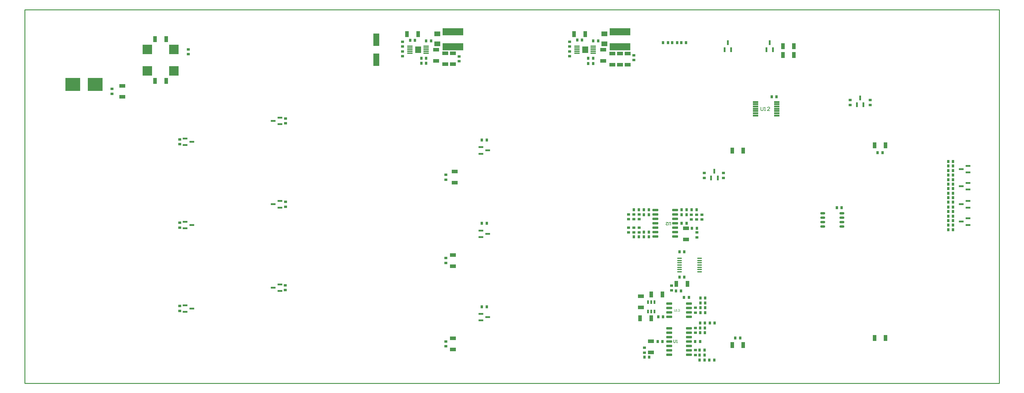
<source format=gtp>
G04 Layer_Color=10723209*
%FSLAX43Y43*%
%MOMM*%
G71*
G01*
G75*
%ADD10R,2.700X2.700*%
%ADD11O,1.400X0.350*%
%ADD12R,6.000X2.000*%
%ADD13R,0.600X1.000*%
%ADD14R,1.350X0.600*%
%ADD15O,1.450X0.650*%
%ADD16R,1.800X1.340*%
%ADD17R,0.800X0.900*%
G04:AMPARAMS|DCode=18|XSize=0.45mm|YSize=1.6mm|CornerRadius=0.05mm|HoleSize=0mm|Usage=FLASHONLY|Rotation=90.000|XOffset=0mm|YOffset=0mm|HoleType=Round|Shape=RoundedRectangle|*
%AMROUNDEDRECTD18*
21,1,0.450,1.501,0,0,90.0*
21,1,0.351,1.600,0,0,90.0*
1,1,0.099,0.750,0.175*
1,1,0.099,0.750,-0.175*
1,1,0.099,-0.750,-0.175*
1,1,0.099,-0.750,0.175*
%
%ADD18ROUNDEDRECTD18*%
%ADD19R,4.240X3.810*%
%ADD20R,1.800X3.550*%
G04:AMPARAMS|DCode=22|XSize=0.65mm|YSize=1.65mm|CornerRadius=0.049mm|HoleSize=0mm|Usage=FLASHONLY|Rotation=270.000|XOffset=0mm|YOffset=0mm|HoleType=Round|Shape=RoundedRectangle|*
%AMROUNDEDRECTD22*
21,1,0.650,1.552,0,0,270.0*
21,1,0.552,1.650,0,0,270.0*
1,1,0.098,-0.776,-0.276*
1,1,0.098,-0.776,0.276*
1,1,0.098,0.776,0.276*
1,1,0.098,0.776,-0.276*
%
%ADD22ROUNDEDRECTD22*%
%ADD23R,1.000X1.700*%
G04:AMPARAMS|DCode=24|XSize=0.3mm|YSize=1.55mm|CornerRadius=0.05mm|HoleSize=0mm|Usage=FLASHONLY|Rotation=90.000|XOffset=0mm|YOffset=0mm|HoleType=Round|Shape=RoundedRectangle|*
%AMROUNDEDRECTD24*
21,1,0.300,1.451,0,0,90.0*
21,1,0.201,1.550,0,0,90.0*
1,1,0.099,0.726,0.101*
1,1,0.099,0.726,-0.101*
1,1,0.099,-0.726,-0.101*
1,1,0.099,-0.726,0.101*
%
%ADD24ROUNDEDRECTD24*%
G04:AMPARAMS|DCode=25|XSize=1.73mm|YSize=1.9mm|CornerRadius=0.052mm|HoleSize=0mm|Usage=FLASHONLY|Rotation=0.000|XOffset=0mm|YOffset=0mm|HoleType=Round|Shape=RoundedRectangle|*
%AMROUNDEDRECTD25*
21,1,1.730,1.796,0,0,0.0*
21,1,1.626,1.900,0,0,0.0*
1,1,0.104,0.813,-0.898*
1,1,0.104,-0.813,-0.898*
1,1,0.104,-0.813,0.898*
1,1,0.104,0.813,0.898*
%
%ADD25ROUNDEDRECTD25*%
%ADD26R,0.900X0.800*%
%ADD27R,1.700X1.000*%
%ADD28R,0.600X1.350*%
%ADD30C,0.150*%
%ADD37C,0.254*%
%ADD38C,0.178*%
%ADD39C,0.100*%
D10*
X35190Y89890D02*
D03*
X42810D02*
D03*
Y96110D02*
D03*
X35190D02*
D03*
D11*
X188125Y35950D02*
D03*
Y35300D02*
D03*
Y34650D02*
D03*
Y34000D02*
D03*
Y33350D02*
D03*
Y32700D02*
D03*
Y32050D02*
D03*
X193875Y35950D02*
D03*
Y35300D02*
D03*
Y34650D02*
D03*
Y34000D02*
D03*
Y33350D02*
D03*
Y32700D02*
D03*
Y32050D02*
D03*
D12*
X123000Y96850D02*
D03*
Y101150D02*
D03*
X171000Y96850D02*
D03*
Y101150D02*
D03*
D13*
X179050Y20625D02*
D03*
X180000D02*
D03*
X180950D02*
D03*
Y23375D02*
D03*
X180000D02*
D03*
X179050D02*
D03*
D14*
X131025Y67950D02*
D03*
Y66050D02*
D03*
X132975Y67000D02*
D03*
X270975Y45550D02*
D03*
Y47450D02*
D03*
X269025Y46500D02*
D03*
X270975Y50550D02*
D03*
Y52450D02*
D03*
X269025Y51500D02*
D03*
X270975Y55750D02*
D03*
Y57650D02*
D03*
X269025Y56700D02*
D03*
X270975Y60650D02*
D03*
Y62550D02*
D03*
X269025Y61600D02*
D03*
X73275Y26550D02*
D03*
Y28450D02*
D03*
X71325Y27500D02*
D03*
X46025Y22450D02*
D03*
Y20550D02*
D03*
X47975Y21500D02*
D03*
X73275Y50550D02*
D03*
Y52450D02*
D03*
X71325Y51500D02*
D03*
X46025Y46450D02*
D03*
Y44550D02*
D03*
X47975Y45500D02*
D03*
X73275Y74550D02*
D03*
Y76450D02*
D03*
X71325Y75500D02*
D03*
X46025Y70450D02*
D03*
Y68550D02*
D03*
X47975Y69500D02*
D03*
X131025Y19950D02*
D03*
Y18050D02*
D03*
X132975Y19000D02*
D03*
X131025Y43950D02*
D03*
Y42050D02*
D03*
X132975Y43000D02*
D03*
D15*
X234725Y45095D02*
D03*
Y46365D02*
D03*
Y47635D02*
D03*
Y48905D02*
D03*
X229275Y45095D02*
D03*
Y46365D02*
D03*
Y47635D02*
D03*
Y48905D02*
D03*
D16*
X118500Y100530D02*
D03*
Y97670D02*
D03*
X166500Y100530D02*
D03*
Y97670D02*
D03*
D17*
X266700Y44200D02*
D03*
X265300D02*
D03*
X193100Y44600D02*
D03*
X191700D02*
D03*
X190800Y24700D02*
D03*
X189400D02*
D03*
X196800Y17300D02*
D03*
X198200D02*
D03*
X194100Y23100D02*
D03*
X195500D02*
D03*
X198100Y6700D02*
D03*
X196700D02*
D03*
X183200Y12000D02*
D03*
X181800D02*
D03*
X175000Y42100D02*
D03*
X176400D02*
D03*
X188100Y37800D02*
D03*
X189500D02*
D03*
X175000Y49900D02*
D03*
X176400D02*
D03*
X193000D02*
D03*
X191600D02*
D03*
X187100Y26600D02*
D03*
X188500D02*
D03*
X188100Y30500D02*
D03*
X189500D02*
D03*
X188700Y46000D02*
D03*
X190100D02*
D03*
X205530Y12970D02*
D03*
X204130D02*
D03*
X245030Y66370D02*
D03*
X246430D02*
D03*
X234700Y50500D02*
D03*
X233300D02*
D03*
X163300Y98500D02*
D03*
X164700D02*
D03*
X158700Y98800D02*
D03*
X160100D02*
D03*
X115300Y98500D02*
D03*
X116700D02*
D03*
X112100Y98700D02*
D03*
X110700D02*
D03*
X183400Y98000D02*
D03*
X184800D02*
D03*
X216000Y82400D02*
D03*
X214600D02*
D03*
X178000Y7500D02*
D03*
X179400D02*
D03*
X195400Y17300D02*
D03*
X194000D02*
D03*
Y15900D02*
D03*
X195400D02*
D03*
X194000Y14500D02*
D03*
X195400D02*
D03*
X194100Y21700D02*
D03*
X195500D02*
D03*
Y24500D02*
D03*
X194100D02*
D03*
Y20300D02*
D03*
X195500D02*
D03*
X177900Y42100D02*
D03*
X179300D02*
D03*
Y43500D02*
D03*
X177900D02*
D03*
X131300Y22000D02*
D03*
X132700D02*
D03*
X177900Y49900D02*
D03*
X179300D02*
D03*
Y48500D02*
D03*
X177900D02*
D03*
X131300Y46000D02*
D03*
X132700D02*
D03*
X190100Y49900D02*
D03*
X188700D02*
D03*
Y48500D02*
D03*
X190100D02*
D03*
X131300Y70000D02*
D03*
X132700D02*
D03*
X161900Y92000D02*
D03*
X163300D02*
D03*
Y93500D02*
D03*
X161900D02*
D03*
X113900Y92100D02*
D03*
X115300D02*
D03*
Y93500D02*
D03*
X113900D02*
D03*
X265300Y45500D02*
D03*
X266700D02*
D03*
X265300Y46800D02*
D03*
X266700D02*
D03*
X265300Y50700D02*
D03*
X266700D02*
D03*
X265300Y52100D02*
D03*
X266700D02*
D03*
X186000Y98000D02*
D03*
X187400D02*
D03*
X190000D02*
D03*
X188600D02*
D03*
X192600Y12000D02*
D03*
X194000D02*
D03*
X183400Y19100D02*
D03*
X182000D02*
D03*
X193900Y8100D02*
D03*
X195300D02*
D03*
Y6700D02*
D03*
X193900D02*
D03*
Y9500D02*
D03*
X195300D02*
D03*
X265300Y56000D02*
D03*
X266700D02*
D03*
X265300Y57300D02*
D03*
X266700D02*
D03*
X265300Y61200D02*
D03*
X266700D02*
D03*
X265300Y62500D02*
D03*
X266700D02*
D03*
Y63800D02*
D03*
X265300D02*
D03*
X266700Y59900D02*
D03*
X265300D02*
D03*
X266700Y58600D02*
D03*
X265300D02*
D03*
X266700Y54700D02*
D03*
X265300D02*
D03*
X266700Y53400D02*
D03*
X265300D02*
D03*
X266700Y49400D02*
D03*
X265300D02*
D03*
X266700Y48100D02*
D03*
X265300D02*
D03*
D18*
X216050Y77050D02*
D03*
Y77700D02*
D03*
Y78350D02*
D03*
Y79000D02*
D03*
Y79650D02*
D03*
Y80300D02*
D03*
Y80950D02*
D03*
X209950Y77050D02*
D03*
Y77700D02*
D03*
Y78350D02*
D03*
Y79000D02*
D03*
Y79650D02*
D03*
Y80300D02*
D03*
Y80950D02*
D03*
D19*
X20185Y86000D02*
D03*
X13815D02*
D03*
D20*
X101000Y93125D02*
D03*
Y98875D02*
D03*
D22*
X181175Y49810D02*
D03*
Y48540D02*
D03*
Y47270D02*
D03*
Y46000D02*
D03*
Y44730D02*
D03*
Y43460D02*
D03*
Y42190D02*
D03*
X186825Y49810D02*
D03*
Y48540D02*
D03*
Y47270D02*
D03*
Y46000D02*
D03*
Y44730D02*
D03*
Y43460D02*
D03*
Y42190D02*
D03*
X190825Y19095D02*
D03*
Y20365D02*
D03*
Y21635D02*
D03*
Y22905D02*
D03*
X185175Y19095D02*
D03*
Y20365D02*
D03*
Y21635D02*
D03*
Y22905D02*
D03*
X190825Y8190D02*
D03*
Y9460D02*
D03*
Y10730D02*
D03*
Y12000D02*
D03*
Y13270D02*
D03*
Y14540D02*
D03*
Y15810D02*
D03*
X185175Y8190D02*
D03*
Y9460D02*
D03*
Y10730D02*
D03*
Y12000D02*
D03*
Y13270D02*
D03*
Y14540D02*
D03*
Y15810D02*
D03*
D23*
X176800Y18700D02*
D03*
X180000D02*
D03*
X217800Y97000D02*
D03*
X221000D02*
D03*
X190400Y28600D02*
D03*
X187200D02*
D03*
X203230Y10970D02*
D03*
X206430D02*
D03*
X247330Y68470D02*
D03*
X244130D02*
D03*
Y12970D02*
D03*
X247330D02*
D03*
X206430Y66970D02*
D03*
X203230D02*
D03*
X161000Y100500D02*
D03*
X157800D02*
D03*
X113000Y100500D02*
D03*
X109800D02*
D03*
X37400Y99000D02*
D03*
X40600D02*
D03*
X37400Y87000D02*
D03*
X40600D02*
D03*
X217800Y94500D02*
D03*
X221000D02*
D03*
X183200Y25500D02*
D03*
X180000D02*
D03*
D24*
X115325Y95000D02*
D03*
Y95500D02*
D03*
Y96000D02*
D03*
Y96500D02*
D03*
X110675Y95000D02*
D03*
Y95500D02*
D03*
Y96000D02*
D03*
Y96500D02*
D03*
Y97000D02*
D03*
X115325D02*
D03*
X163325Y95000D02*
D03*
Y95500D02*
D03*
Y96000D02*
D03*
Y96500D02*
D03*
X158675Y95000D02*
D03*
Y95500D02*
D03*
Y96000D02*
D03*
Y96500D02*
D03*
Y97000D02*
D03*
X163325D02*
D03*
D25*
X113000Y96000D02*
D03*
X161000D02*
D03*
D26*
X192700Y15900D02*
D03*
Y14500D02*
D03*
Y21700D02*
D03*
Y20300D02*
D03*
Y8100D02*
D03*
Y9500D02*
D03*
X178000Y8800D02*
D03*
Y10200D02*
D03*
X176500Y44800D02*
D03*
Y43400D02*
D03*
X121000Y12000D02*
D03*
Y10600D02*
D03*
X176500Y47200D02*
D03*
Y48600D02*
D03*
X121000Y36000D02*
D03*
Y34600D02*
D03*
X191500Y47100D02*
D03*
Y48500D02*
D03*
X121000Y60000D02*
D03*
Y58600D02*
D03*
X193100Y43400D02*
D03*
Y42000D02*
D03*
X195230Y59070D02*
D03*
Y60470D02*
D03*
X200730Y59070D02*
D03*
Y60470D02*
D03*
X25000Y84700D02*
D03*
Y83300D02*
D03*
X47000Y96100D02*
D03*
Y94700D02*
D03*
X175000Y94400D02*
D03*
Y93000D02*
D03*
X156500Y95500D02*
D03*
Y94100D02*
D03*
X124750Y92650D02*
D03*
Y94050D02*
D03*
X108500Y94100D02*
D03*
Y95500D02*
D03*
X185800Y26700D02*
D03*
Y28100D02*
D03*
X173500Y43400D02*
D03*
Y44800D02*
D03*
X175000D02*
D03*
Y43400D02*
D03*
X173500Y48600D02*
D03*
Y47200D02*
D03*
X175000D02*
D03*
Y48600D02*
D03*
X194500Y48500D02*
D03*
Y47100D02*
D03*
X193000D02*
D03*
Y48500D02*
D03*
X156500Y96900D02*
D03*
Y98300D02*
D03*
X108500Y96900D02*
D03*
Y98300D02*
D03*
X74800Y28200D02*
D03*
Y26800D02*
D03*
X44500Y20800D02*
D03*
Y22200D02*
D03*
X242900Y80100D02*
D03*
Y81500D02*
D03*
X74900Y52200D02*
D03*
Y50800D02*
D03*
X44500Y44800D02*
D03*
Y46200D02*
D03*
X237100Y80100D02*
D03*
Y81500D02*
D03*
X74900Y76200D02*
D03*
Y74800D02*
D03*
X44500Y68800D02*
D03*
Y70200D02*
D03*
D27*
X179900Y12100D02*
D03*
Y8900D02*
D03*
X123000Y9700D02*
D03*
Y12900D02*
D03*
Y33700D02*
D03*
Y36900D02*
D03*
X123500Y57700D02*
D03*
Y60900D02*
D03*
X190000Y41400D02*
D03*
Y44600D02*
D03*
X28000Y82400D02*
D03*
Y85600D02*
D03*
X168800Y91700D02*
D03*
Y94900D02*
D03*
X171000Y91700D02*
D03*
Y94900D02*
D03*
X173200Y91700D02*
D03*
Y94900D02*
D03*
X120800Y91800D02*
D03*
Y95000D02*
D03*
X123000Y91800D02*
D03*
Y95000D02*
D03*
X166200Y92800D02*
D03*
Y96000D02*
D03*
X118200Y92800D02*
D03*
Y96000D02*
D03*
X177000Y21800D02*
D03*
Y25000D02*
D03*
D28*
X239050Y80125D02*
D03*
X240950D02*
D03*
X240000Y82075D02*
D03*
X201050Y96025D02*
D03*
X202950D02*
D03*
X202000Y97975D02*
D03*
X213050Y96025D02*
D03*
X214950D02*
D03*
X214000Y97975D02*
D03*
X197180Y59095D02*
D03*
X199080D02*
D03*
X198130Y61045D02*
D03*
D30*
X185575Y45525D02*
Y46192D01*
X185442Y46325D01*
X185175D01*
X185042Y46192D01*
Y45525D01*
X184242Y46325D02*
X184775D01*
X184242Y45792D01*
Y45659D01*
X184375Y45525D01*
X184642D01*
X184775Y45659D01*
X186425Y12475D02*
Y11808D01*
X186558Y11675D01*
X186825D01*
X186958Y11808D01*
Y12475D01*
X187225Y11675D02*
X187491D01*
X187358D01*
Y12475D01*
X187225Y12341D01*
D37*
X0Y0D02*
Y107500D01*
X280000D01*
Y0D02*
Y107500D01*
X0Y0D02*
X280000D01*
D38*
X211476Y79508D02*
Y78661D01*
X211645Y78492D01*
X211984D01*
X212153Y78661D01*
Y79508D01*
X212492Y78492D02*
X212830D01*
X212661D01*
Y79508D01*
X212492Y79338D01*
X214015Y78492D02*
X213338D01*
X214015Y79169D01*
Y79338D01*
X213846Y79508D01*
X213507D01*
X213338Y79338D01*
D39*
X186603Y21346D02*
Y20846D01*
X186703Y20746D01*
X186903D01*
X187003Y20846D01*
Y21346D01*
X187203Y20746D02*
X187403D01*
X187303D01*
Y21346D01*
X187203Y21246D01*
X187703D02*
X187803Y21346D01*
X188003D01*
X188103Y21246D01*
Y21146D01*
X188003Y21046D01*
X187903D01*
X188003D01*
X188103Y20946D01*
Y20846D01*
X188003Y20746D01*
X187803D01*
X187703Y20846D01*
M02*

</source>
